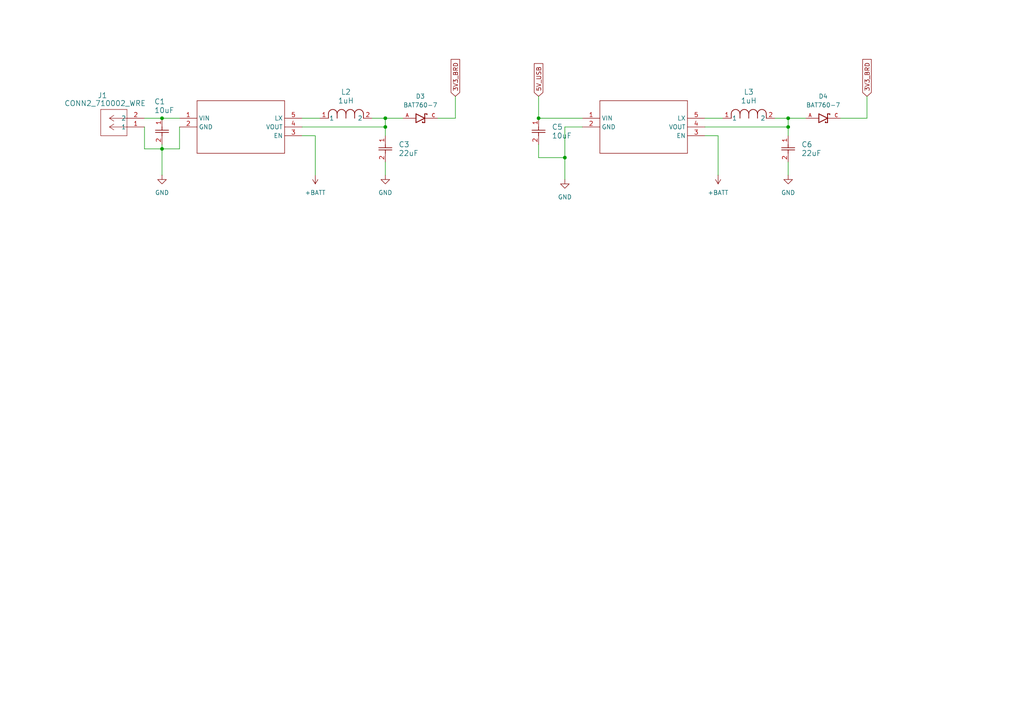
<source format=kicad_sch>
(kicad_sch (version 20231120) (generator "eeschema") (generator_version "8.0")
  (paper "A4")
  (lib_symbols
    (symbol "Library:CONN2_710002_WRE" (pin_names (offset 0.254))
      (property "Reference" "J" (at 8.89 6.35 0))
      (property "Value" "CONN2_710002_WRE" (at 0 0 0))
      (symbol "CONN2_710002_WRE_0_1"
        (polyline (pts (xy 5.08 -5.08) (xy 12.7 -5.08)) (stroke (width 0.127)))
        (polyline (pts (xy 5.08 2.54) (xy 5.08 -5.08)) (stroke (width 0.127)))
        (polyline (pts (xy 10.16 -2.54) (xy 5.08 -2.54)) (stroke (width 0.127)))
        (polyline (pts (xy 10.16 -2.54) (xy 8.89 -3.3867)) (stroke (width 0.127)))
        (polyline (pts (xy 10.16 -2.54) (xy 8.89 -1.6933)) (stroke (width 0.127)))
        (polyline (pts (xy 10.16 0) (xy 5.08 0)) (stroke (width 0.127)))
        (polyline (pts (xy 10.16 0) (xy 8.89 -0.8467)) (stroke (width 0.127)))
        (polyline (pts (xy 10.16 0) (xy 8.89 0.8467)) (stroke (width 0.127)))
        (polyline (pts (xy 12.7 -5.08) (xy 12.7 2.54)) (stroke (width 0.127)))
        (polyline (pts (xy 12.7 2.54) (xy 5.08 2.54)) (stroke (width 0.127)))
        (pin unspecified line (at 0 0 0) (length 5.08) (name "1") (number "1"))
        (pin unspecified line (at 0 -2.54 0) (length 5.08) (name "2") (number "2"))
      )
    )
    (symbol "Symbol_Library:0603Cap" (pin_names (offset 0.254))
      (property "Reference" "C" (at 3.81 3.81 0))
      (property "Value" "0603Cap" (at 3.81 -3.81 0))
      (symbol "0603Cap_1_1"
        (polyline (pts (xy 2.54 0) (xy 3.4798 0)) (stroke (width 0.2032)))
        (polyline (pts (xy 3.4798 -1.905) (xy 3.4798 1.905)) (stroke (width 0.2032)))
        (polyline (pts (xy 4.1148 -1.905) (xy 4.1148 1.905)) (stroke (width 0.2032)))
        (polyline (pts (xy 4.1148 0) (xy 5.08 0)) (stroke (width 0.2032)))
        (pin unspecified line (at 0 0 0) (length 2.54) (name "") (number "1"))
        (pin unspecified line (at 7.62 0 180) (length 2.54) (name "") (number "2"))
      )
      (symbol "0603Cap_1_2"
        (polyline (pts (xy -1.905 -4.1148) (xy 1.905 -4.1148)) (stroke (width 0.2032)))
        (polyline (pts (xy -1.905 -3.4798) (xy 1.905 -3.4798)) (stroke (width 0.2032)))
        (polyline (pts (xy 0 -4.1148) (xy 0 -5.08)) (stroke (width 0.2032)))
        (polyline (pts (xy 0 -2.54) (xy 0 -3.4798)) (stroke (width 0.2032)))
        (pin unspecified line (at 0 0 270) (length 2.54) (name "") (number "1"))
        (pin unspecified line (at 0 -7.62 90) (length 2.54) (name "") (number "2"))
      )
    )
    (symbol "Symbol_Library:BAT760-7" (pin_names (offset 1.016))
      (property "Reference" "D" (at -5.08 2.54 0))
      (property "Value" "BAT760-7" (at -5.08 -3.81 0))
      (symbol "BAT760-7_0_0"
        (polyline (pts (xy -2.54 0) (xy -1.27 0)) (stroke (width 0.1524)))
        (polyline (pts (xy -1.27 -1.27) (xy 1.27 0)) (stroke (width 0.254)))
        (polyline (pts (xy -1.27 0) (xy -1.27 -1.27)) (stroke (width 0.254)))
        (polyline (pts (xy -1.27 1.27) (xy -1.27 0)) (stroke (width 0.254)))
        (polyline (pts (xy 0.635 -1.016) (xy 0.635 -1.27)) (stroke (width 0.254)))
        (polyline (pts (xy 1.27 -1.27) (xy 0.635 -1.27)) (stroke (width 0.254)))
        (polyline (pts (xy 1.27 0) (xy -1.27 1.27)) (stroke (width 0.254)))
        (polyline (pts (xy 1.27 0) (xy 1.27 -1.27)) (stroke (width 0.254)))
        (polyline (pts (xy 1.27 1.27) (xy 1.27 0)) (stroke (width 0.254)))
        (polyline (pts (xy 1.905 1.27) (xy 1.27 1.27)) (stroke (width 0.254)))
        (polyline (pts (xy 1.905 1.27) (xy 1.905 1.016)) (stroke (width 0.254)))
        (polyline (pts (xy 2.54 0) (xy 1.27 0)) (stroke (width 0.1524)))
        (pin passive line (at -5.08 0 0) (length 2.54) (name "~") (number "A"))
        (pin passive line (at 5.08 0 180) (length 2.54) (name "~") (number "C"))
      )
    )
    (symbol "Symbol_Library:DFE252012P-1R0M=P2" (pin_names (offset 0.254))
      (property "Reference" "L" (at 6.985 5.08 0))
      (property "Value" "DFE252012P-1R0M=P2" (at 6.985 -2.54 0))
      (symbol "DFE252012P-1R0M=P2_0_1"
        (polyline (pts (xy 2.54 0) (xy 2.54 1.27)) (stroke (width 0.2032)))
        (polyline (pts (xy 5.08 0) (xy 5.08 1.27)) (stroke (width 0.2032)))
        (polyline (pts (xy 7.62 0) (xy 7.62 1.27)) (stroke (width 0.2032)))
        (polyline (pts (xy 10.16 0) (xy 10.16 1.27)) (stroke (width 0.2032)))
        (polyline (pts (xy 12.7 0) (xy 12.7 1.27)) (stroke (width 0.2032)))
        (arc (start 5.08 1.27) (mid 3.81 2.5344) (end 2.54 1.27) (stroke (width 0.2032)))
        (arc (start 7.62 1.27) (mid 6.35 2.5344) (end 5.08 1.27) (stroke (width 0.2032)))
        (arc (start 10.16 1.27) (mid 8.89 2.5344) (end 7.62 1.27) (stroke (width 0.2032)))
        (arc (start 12.7 1.27) (mid 11.43 2.5344) (end 10.16 1.27) (stroke (width 0.2032)))
        (pin unspecified line (at 15.24 0 180) (length 2.54) (name "1") (number "1"))
        (pin unspecified line (at 0 0 0) (length 2.54) (name "2") (number "2"))
      )
    )
    (symbol "Symbol_Library:SC189ZSKTRT"
      (symbol "SC189ZSKTRT_1_0"
        (polyline (pts (xy 7.62 -10.16) (xy 33.02 -10.16)) (stroke (width 0.1524)))
        (polyline (pts (xy 7.62 5.08) (xy 7.62 -10.16)) (stroke (width 0.1524)))
        (polyline (pts (xy 33.02 -10.16) (xy 33.02 5.08)) (stroke (width 0.1524)))
        (polyline (pts (xy 33.02 5.08) (xy 7.62 5.08)) (stroke (width 0.1524)))
        (pin power_in line (at 2.54 0 0) (length 5.08) (name "VIN") (number "1"))
        (pin passive line (at 2.54 -2.54 0) (length 5.08) (name "GND") (number "2"))
        (pin passive line (at 38.1 -5.08 180) (length 5.08) (name "EN") (number "3"))
        (pin output line (at 38.1 -2.54 180) (length 5.08) (name "VOUT") (number "4"))
        (pin passive line (at 38.1 0 180) (length 5.08) (name "LX") (number "5"))
      )
    )
    (symbol "power:+BATT" (power) (pin_numbers hide) (pin_names (offset 0) hide)
      (property "Value" "+BATT" (at 0 3.556 0))
      (symbol "+BATT_0_1"
        (polyline (pts (xy -0.762 1.27) (xy 0 2.54)))
        (polyline (pts (xy 0 0) (xy 0 2.54)))
        (polyline (pts (xy 0 2.54) (xy 0.762 1.27)))
      )
      (symbol "+BATT_1_1"
        (pin power_in line (at 0 0 90) (length 0) (name "~") (number "1"))
      )
    )
    (symbol "power:GND" (power) (pin_numbers hide) (pin_names (offset 0) hide)
      (property "Value" "GND" (at 0 -3.81 0))
      (symbol "GND_0_1"
        (polyline (pts (xy 0 0) (xy 0 -1.27) (xy 1.27 -1.27) (xy 0 -2.54) (xy -1.27 -1.27) (xy 0 -1.27)))
      )
      (symbol "GND_1_1"
        (pin power_in line (at 0 0 270) (length 0) (name "~") (number "1"))
      )
    )
  )
  (junction (at 228.6 36.83))
  (junction (at 111.76 34.29))
  (junction (at 46.99 43.18))
  (junction (at 228.6 34.29))
  (junction (at 163.83 45.72))
  (junction (at 156.21 34.29))
  (junction (at 111.76 36.83))
  (junction (at 46.99 34.29))
  (wire (pts (xy 208.28 39.37) (xy 208.28 50.8)))
  (wire (pts (xy 224.79 34.29) (xy 228.6 34.29)))
  (wire (pts (xy 111.76 34.29) (xy 111.76 36.83)))
  (wire (pts (xy 127 34.29) (xy 132.08 34.29)))
  (wire (pts (xy 91.44 39.37) (xy 91.44 50.8)))
  (wire (pts (xy 168.91 36.83) (xy 163.83 36.83)))
  (wire (pts (xy 41.91 34.29) (xy 46.99 34.29)))
  (wire (pts (xy 46.99 43.18) (xy 46.99 50.8)))
  (wire (pts (xy 156.21 45.72) (xy 163.83 45.72)))
  (wire (pts (xy 111.76 36.83) (xy 111.76 39.37)))
  (wire (pts (xy 46.99 41.91) (xy 46.99 43.18)))
  (wire (pts (xy 41.91 43.18) (xy 41.91 36.83)))
  (wire (pts (xy 156.21 34.29) (xy 168.91 34.29)))
  (wire (pts (xy 156.21 27.94) (xy 156.21 34.29)))
  (wire (pts (xy 41.91 43.18) (xy 46.99 43.18)))
  (wire (pts (xy 228.6 36.83) (xy 228.6 39.37)))
  (wire (pts (xy 204.47 39.37) (xy 208.28 39.37)))
  (wire (pts (xy 204.47 36.83) (xy 228.6 36.83)))
  (wire (pts (xy 228.6 34.29) (xy 228.6 36.83)))
  (wire (pts (xy 156.21 41.91) (xy 156.21 45.72)))
  (wire (pts (xy 87.63 36.83) (xy 111.76 36.83)))
  (wire (pts (xy 132.08 27.94) (xy 132.08 34.29)))
  (wire (pts (xy 163.83 45.72) (xy 163.83 52.07)))
  (wire (pts (xy 52.07 43.18) (xy 52.07 36.83)))
  (wire (pts (xy 204.47 34.29) (xy 209.55 34.29)))
  (wire (pts (xy 107.95 34.29) (xy 111.76 34.29)))
  (wire (pts (xy 46.99 43.18) (xy 52.07 43.18)))
  (wire (pts (xy 111.76 46.99) (xy 111.76 50.8)))
  (wire (pts (xy 163.83 36.83) (xy 163.83 45.72)))
  (wire (pts (xy 228.6 46.99) (xy 228.6 50.8)))
  (wire (pts (xy 87.63 39.37) (xy 91.44 39.37)))
  (wire (pts (xy 243.84 34.29) (xy 251.46 34.29)))
  (wire (pts (xy 87.63 34.29) (xy 92.71 34.29)))
  (wire (pts (xy 111.76 34.29) (xy 116.84 34.29)))
  (wire (pts (xy 228.6 34.29) (xy 233.68 34.29)))
  (wire (pts (xy 46.99 34.29) (xy 52.07 34.29)))
  (wire (pts (xy 251.46 27.94) (xy 251.46 34.29)))
  (global_label "3V3_BRD" (shape input) (at 132.08 27.94 90) (property "Intersheetrefs" "${INTERSHEET_REFS}" (effects (hide yes))))
  (global_label "3V3_BRD" (shape input) (at 251.46 27.94 90) (property "Intersheetrefs" "${INTERSHEET_REFS}" (effects (hide yes))))
  (global_label "5V_USB" (shape input) (at 156.21 27.94 90) (property "Intersheetrefs" "${INTERSHEET_REFS}" (effects (hide yes))))
  (symbol (lib_id "Symbol_Library:0603Cap") (at 111.76 39.37 270) (unit 1)
    (property "Reference" "C3" (at 115.57 41.9099 90) (effects (font (size 1.524 1.524)) (justify left)))
    (property "Value" "22uF" (at 115.57 44.4499 90) (effects (font (size 1.524 1.524)) (justify left)))
    (property "Footprint" "CAP_GRM188R61A106ME69D_MUR" (effects (hide yes)))
    (property "Datasheet" "GRM188R61A106ME69D" (effects (hide yes)))
  )
  (symbol (lib_id "power:GND") (at 228.6 50.8 0) (unit 1)
    (property "Reference" "#PWR09" (effects (hide yes)))
    (property "Value" "GND" (at 228.6 55.88 0))
    (property "Description" "Power symbol creates a global label with name \"GND\" , ground" (effects (hide yes)))
  )
  (symbol (lib_id "Symbol_Library:DFE252012P-1R0M=P2") (at 224.79 34.29 0) (mirror y) (unit 1)
    (property "Reference" "L3" (at 217.17 26.67 0) (effects (font (size 1.524 1.524))))
    (property "Value" "1uH" (at 217.17 29.21 0) (effects (font (size 1.524 1.524))))
    (property "Footprint" "DFE252012P-1R0M=P2" (effects (hide yes)))
    (property "Datasheet" "DFE252012P-1R0M=P2" (effects (hide yes)))
  )
  (symbol (lib_id "power:GND") (at 46.99 50.8 0) (unit 1)
    (property "Reference" "#PWR02" (effects (hide yes)))
    (property "Value" "GND" (at 46.99 55.88 0))
    (property "Description" "Power symbol creates a global label with name \"GND\" , ground" (effects (hide yes)))
  )
  (symbol (lib_id "Symbol_Library:DFE252012P-1R0M=P2") (at 107.95 34.29 0) (mirror y) (unit 1)
    (property "Reference" "L2" (at 100.33 26.67 0) (effects (font (size 1.524 1.524))))
    (property "Value" "1uH" (at 100.33 29.21 0) (effects (font (size 1.524 1.524))))
    (property "Footprint" "DFE252012P-1R0M=P2" (effects (hide yes)))
    (property "Datasheet" "DFE252012P-1R0M=P2" (effects (hide yes)))
  )
  (symbol (lib_id "Symbol_Library:0603Cap") (at 156.21 34.29 270) (unit 1)
    (property "Reference" "C5" (at 160.02 36.8299 90) (effects (font (size 1.524 1.524)) (justify left)))
    (property "Value" "10uF" (at 160.02 39.3699 90) (effects (font (size 1.524 1.524)) (justify left)))
    (property "Footprint" "CAP_GRM188R61A106ME69D_MUR" (effects (hide yes)))
    (property "Datasheet" "GRM188R61A106ME69D" (effects (hide yes)))
  )
  (symbol (lib_id "power:+BATT") (at 91.44 50.8 180) (unit 1)
    (property "Reference" "#PWR03" (effects (hide yes)))
    (property "Value" "+BATT" (at 91.44 55.88 0))
    (property "Description" "Power symbol creates a global label with name \"+BATT\"" (effects (hide yes)))
  )
  (symbol (lib_id "Symbol_Library:SC189ZSKTRT") (at 166.37 34.29 0) (unit 1)
    (property "Reference" "U5" (effects (hide yes)))
    (property "Footprint" "Library:SOT23-5-SC189_SEM" (effects (hide yes)))
  )
  (symbol (lib_id "Symbol_Library:BAT760-7") (at 121.92 34.29 0) (unit 1)
    (property "Reference" "D3" (at 121.92 27.94 0))
    (property "Value" "BAT760-7" (at 121.92 30.48 0))
    (property "Footprint" "Library:SOD2513X120N" (effects (hide yes)))
    (property "PARTREV" "9-2" (effects (hide yes)))
    (property "MANUFACTURER" "DIODES" (effects (hide yes)))
    (property "MAXIMUM_PACKAGE_HEIGHT" "1.20mm" (effects (hide yes)))
    (property "STANDARD" "IPC-7351B" (effects (hide yes)))
  )
  (symbol (lib_id "Library:CONN2_710002_WRE") (at 41.91 36.83 180) (unit 1)
    (property "Reference" "J1" (at 29.718 27.686 0) (effects (font (size 1.524 1.524))))
    (property "Value" "CONN2_710002_WRE" (at 30.48 29.972 0) (effects (font (size 1.524 1.524))))
    (property "Footprint" "Library:CONN2_710002_WRE" (effects (hide yes)))
    (property "Datasheet" "1984963" (effects (hide yes)))
  )
  (symbol (lib_id "power:+BATT") (at 208.28 50.8 180) (unit 1)
    (property "Reference" "#PWR08" (effects (hide yes)))
    (property "Value" "+BATT" (at 208.28 55.88 0))
    (property "Description" "Power symbol creates a global label with name \"+BATT\"" (effects (hide yes)))
  )
  (symbol (lib_id "power:GND") (at 163.83 52.07 0) (unit 1)
    (property "Reference" "#PWR07" (effects (hide yes)))
    (property "Value" "GND" (at 163.83 57.15 0))
    (property "Description" "Power symbol creates a global label with name \"GND\" , ground" (effects (hide yes)))
  )
  (symbol (lib_id "power:GND") (at 111.76 50.8 0) (unit 1)
    (property "Reference" "#PWR05" (effects (hide yes)))
    (property "Value" "GND" (at 111.76 55.88 0))
    (property "Description" "Power symbol creates a global label with name \"GND\" , ground" (effects (hide yes)))
  )
  (symbol (lib_id "Symbol_Library:0603Cap") (at 228.6 39.37 270) (unit 1)
    (property "Reference" "C6" (at 232.41 41.9099 90) (effects (font (size 1.524 1.524)) (justify left)))
    (property "Value" "22uF" (at 232.41 44.4499 90) (effects (font (size 1.524 1.524)) (justify left)))
    (property "Footprint" "CAP_GRM188R61A106ME69D_MUR" (effects (hide yes)))
    (property "Datasheet" "GRM188R61A106ME69D" (effects (hide yes)))
  )
  (symbol (lib_id "Symbol_Library:BAT760-7") (at 238.76 34.29 0) (unit 1)
    (property "Reference" "D4" (at 238.76 27.94 0))
    (property "Value" "BAT760-7" (at 238.76 30.48 0))
    (property "Footprint" "Library:SOD2513X120N" (effects (hide yes)))
    (property "PARTREV" "9-2" (effects (hide yes)))
    (property "MANUFACTURER" "DIODES" (effects (hide yes)))
    (property "MAXIMUM_PACKAGE_HEIGHT" "1.20mm" (effects (hide yes)))
    (property "STANDARD" "IPC-7351B" (effects (hide yes)))
  )
  (symbol (lib_id "Symbol_Library:0603Cap") (at 46.99 34.29 270) (unit 1)
    (property "Reference" "C1" (at 44.704 29.464 90) (effects (font (size 1.524 1.524)) (justify left)))
    (property "Value" "10uF" (at 44.704 32.004 90) (effects (font (size 1.524 1.524)) (justify left)))
    (property "Footprint" "CAP_GRM188R61A106ME69D_MUR" (effects (hide yes)))
    (property "Datasheet" "GRM188R61A106ME69D" (effects (hide yes)))
  )
  (symbol (lib_id "Symbol_Library:SC189ZSKTRT") (at 49.53 34.29 0) (unit 1)
    (property "Reference" "U1" (effects (hide yes)))
    (property "Footprint" "Library:SOT23-5-SC189_SEM" (effects (hide yes)))
  )
)
</source>
